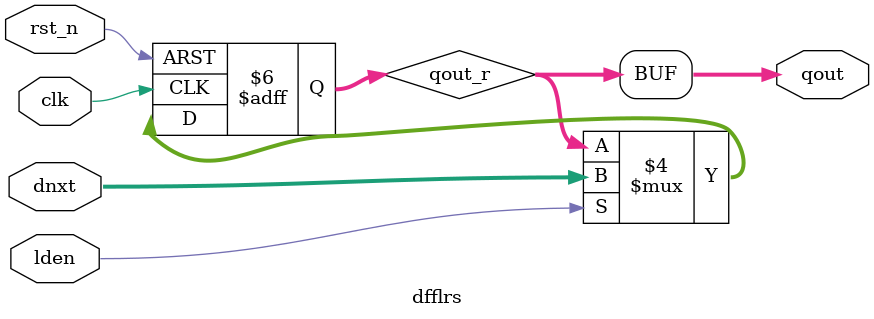
<source format=v>
module dfflrs # (
  parameter DW = 32
) (

  input               lden,
  input      [DW-1:0] dnxt,
  output     [DW-1:0] qout,

  input               clk,
  input               rst_n
);

reg [DW-1:0] qout_r;

always @(posedge clk or negedge rst_n)
begin : DFFLRS_PROC
  if (rst_n == 1'b0)
    qout_r <= {DW{1'b1}};
  else if (lden == 1'b1)
    qout_r <=  dnxt;
end

assign  qout = qout_r;

endmodule

</source>
